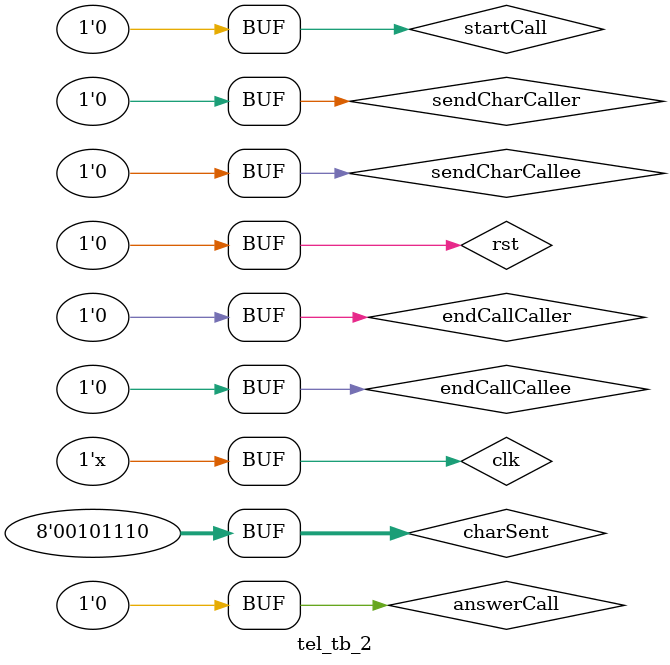
<source format=v>
`timescale 1ns / 1ps

module  tel_tb_2();

// I-O port names
reg clk;
reg rst;
reg startCall,answerCall;
reg endCallCaller,endCallCallee;
reg sendCharCaller,sendCharCallee;
reg [7:0] charSent;
wire[63:0] statusMsg;
wire[63:0] sentMsg;

// 100 MHz clock
always #5 clk = ~clk;

initial begin
	// initialize every input to 0
	clk = 0;
	rst = 0;
	startCall = 0;
	answerCall = 0;
	endCallCaller = 0;
	endCallCallee = 0;
	sendCharCaller = 0;
	sendCharCallee = 0;
	charSent = " ";

	// Xilinx global reset time
	#100;

	// reset your circuit
	rst=1; #20; rst=0; #20; rst=0;              // reset

	startCall=1; #10; startCall=0;              // caller starts call
	#30;                                        // statusMsg displaying "RINGING "
	answerCall=1; #10; answerCall=0;            // callee answer call
	#20;                                        // statusMsg displaying "CALLER  "

	sendCharCaller=1; charSent="W"; #10; sendCharCaller=0; #10; // caller sends "W", sentMsg displaying "       W", cost is 2
	sendCharCaller=1; charSent="h"; #10; sendCharCaller=0; #10; // caller sends "h", sentMsg displaying "      Wh", cost is 4
	sendCharCaller=1; charSent=135; #10; sendCharCaller=0; #10; // caller sends (invalid char), no change on sentMsg and cost
    #20;                                                        // caller sends nothing for 2 clock cycles
    endCallCallee=1; #10; endCallCallee=0;                      // callee ends the call
	#150;                                                       // statusMsg displaying "COST    ", sentMsg displaying "00000004"

    startCall=1; #10; startCall=0;                              // caller starts call
	#30;                                                        // statusMsg displaying "RINGING "
	answerCall=1; #10; answerCall=0;                            // callee answer call
	#20;                                                        // statusMsg displaying "CALLER  "
	sendCharCaller=1; charSent="W"; #10; sendCharCaller=0; #10; // caller sends "W", sentMsg displaying "       W", cost is 2
	sendCharCaller=1; charSent="h"; #10; sendCharCaller=0; #10; // caller sends "h", sentMsg displaying "      Wh", cost is 4
	sendCharCaller=1; charSent="o"; #10; sendCharCaller=0; #10; // caller sends "o", sentMsg displaying "     Who", cost is 6
	sendCharCaller=1; charSent=" "; #10; sendCharCaller=0; #10; // caller sends " ", sentMsg displaying "    Who ", cost is 8
	sendCharCaller=1; charSent="i"; #10; sendCharCaller=0; #10; // caller sends "i", sentMsg displaying "   Who i", cost is 10
	sendCharCaller=1; charSent="s"; #10; sendCharCaller=0; #10; // caller sends "s", sentMsg displaying "  Who is", cost is 12
	#20;                                                        // caller sends nothing for 2 clock cycles
	sendCharCaller=1; charSent=" "; #10; sendCharCaller=0; #10; // caller sends " ", sentMsg displaying " Who is ", cost is 14
	sendCharCaller=1; charSent="t"; #10; sendCharCaller=0; #10; // caller sends "t", sentMsg displaying "Who is t", cost is 16
	sendCharCaller=1; charSent="h"; #10; sendCharCaller=0; #10; // caller sends "h", sentMsg displaying "ho is th", cost is 18
	sendCharCaller=1; charSent="i"; #10; sendCharCaller=0; #10; // caller sends "i", sentMsg displaying "o is thi", cost is 20
	sendCharCaller=1; charSent="s"; #10; sendCharCaller=0; #10; // caller sends "s", sentMsg displaying " is this", cost is 22
	sendCharCaller=1; charSent="?"; #10; sendCharCaller=0; #10; // caller sends "?", sentMsg displaying "is this?", cost is 24
	#10;
	#10;
	sendCharCaller=1; charSent=127; #10; sendCharCaller=0; #10; // caller sends DEL to change turn, cost is 26
	#10;                                                        // statusMsg displaying "CALLEE  "
	#10;
	sendCharCallee=1; charSent="Y"; #10; sendCharCallee=0; #10; // callee sends "Y", sentMsg displaying "       Y", cost is 28
	sendCharCallee=1; charSent="o"; #10; sendCharCallee=0; #10; // callee sends "o", sentMsg displaying "      Yo", cost is 30
	sendCharCallee=1; charSent="u"; #10; sendCharCallee=0; #10; // callee sends "u", sentMsg displaying "     You", cost is 32
	sendCharCallee=1; charSent="r"; #10; sendCharCallee=0; #10; // callee sends "r", sentMsg displaying "    Your", cost is 34
	sendCharCallee=1; charSent=" "; #10; sendCharCallee=0; #10; // callee sends " ", sentMsg displaying "   Your ", cost is 36
	sendCharCallee=1; charSent=  8; #10; sendCharCallee=0; #10; // callee sends invalid char
    #10;                                                        // callee sends nothing for 1 clock cycle
	sendCharCallee=1; charSent=178; #10; sendCharCallee=0; #10; // callee sends invalid char
	sendCharCallee=1; charSent="T"; #10; sendCharCallee=0; #10; // callee sends "T", sentMsg displaying "  Your T", cost is 38
	sendCharCallee=1; charSent="A"; #10; sendCharCallee=0; #10; // callee sends "A", sentMsg displaying " Your TA", cost is 40
	sendCharCallee=1; charSent="."; #10; sendCharCallee=0; #10; // callee sends ".", sentMsg displaying "Your TA.", cost is 42
	#10;
    sendCharCallee=1; charSent=127; #10; sendCharCallee=0; #10; // callee sends DEL to change turn, cost is 44
	#10;
    #10;
    sendCharCaller=1; charSent="O"; #10; sendCharCaller=0; #10; // caller sends "O", sentMsg displaying "       O", cost is 46
	sendCharCaller=1; charSent="K"; #10; sendCharCaller=0; #10; // caller sends "K", sentMsg displaying "      OK", cost is 48
	sendCharCaller=1; charSent="."; #10; sendCharCaller=0; #10; // caller sends ".", sentMsg displaying "     OK.", cost is 50
    #10;
	endCallCaller=1; #10; endCallCaller=0; #10;                 // caller ends the call
	#50;	                                                    // statusMsg displaying "COST    ", sentMsg displaying "00000032"
end

// module instantiation
tel uut   (clk,
           rst,
		   startCall,answerCall,
		   endCallCaller,endCallCallee,
		   sendCharCaller,sendCharCallee,
		   charSent,
		   statusMsg,
		   sentMsg);

endmodule

</source>
